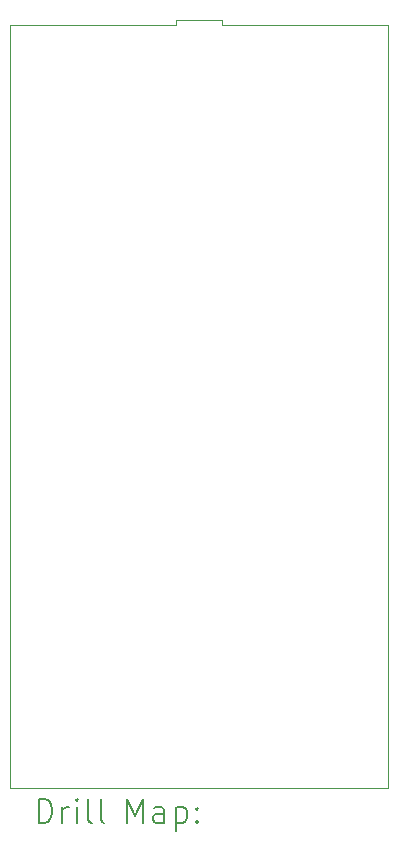
<source format=gbr>
%TF.GenerationSoftware,KiCad,Pcbnew,(6.99.0-2452-gdb4f2d9dd8)*%
%TF.CreationDate,2022-08-02T19:29:55-05:00*%
%TF.ProjectId,captech,63617074-6563-4682-9e6b-696361645f70,rev?*%
%TF.SameCoordinates,Original*%
%TF.FileFunction,Drillmap*%
%TF.FilePolarity,Positive*%
%FSLAX45Y45*%
G04 Gerber Fmt 4.5, Leading zero omitted, Abs format (unit mm)*
G04 Created by KiCad (PCBNEW (6.99.0-2452-gdb4f2d9dd8)) date 2022-08-02 19:29:55*
%MOMM*%
%LPD*%
G01*
G04 APERTURE LIST*
%ADD10C,0.042333*%
%ADD11C,0.200000*%
G04 APERTURE END LIST*
D10*
X9417937Y-9670000D02*
X6217687Y-9670000D01*
X7627387Y-3170001D02*
X8012637Y-3170001D01*
X7470754Y-3212334D02*
X7627387Y-3212351D01*
X6217687Y-3212334D02*
X6217687Y-3212334D01*
X9417937Y-9670000D02*
X9417937Y-9670000D01*
X7627387Y-3212351D02*
X7627387Y-3170001D01*
X8012637Y-3212351D02*
X8169247Y-3212334D01*
X8169247Y-3212334D02*
X8795780Y-3212334D01*
X8169247Y-3212334D02*
X8169247Y-3212334D01*
X9422270Y-4322526D02*
X9417915Y-5483517D01*
X6217687Y-9670000D02*
X6222232Y-5494101D01*
X9422313Y-3212334D02*
X9422313Y-3212334D01*
X8012637Y-3212351D02*
X8012637Y-3212351D01*
X6219970Y-5195455D02*
X6218414Y-4830404D01*
X6217687Y-9670000D02*
X6217687Y-9670000D01*
X6222232Y-5494101D02*
X6219970Y-5195455D01*
X8795780Y-3212334D02*
X8795780Y-3212334D01*
X7627387Y-3212351D02*
X7627387Y-3212351D01*
X6217701Y-4328875D02*
X6217701Y-4328875D01*
X6218414Y-4830404D02*
X6217701Y-4328875D01*
X9422270Y-4322526D02*
X9422270Y-4322526D01*
X9422313Y-3212334D02*
X9422270Y-4322526D01*
X8795780Y-3212334D02*
X9422313Y-3212334D01*
X6844220Y-3212334D02*
X7470754Y-3212334D01*
X9417915Y-5483517D02*
X9417937Y-9670000D01*
X9417915Y-5483517D02*
X9417915Y-5483517D01*
X8012637Y-3170001D02*
X8012637Y-3170001D01*
X6844220Y-3212334D02*
X6844220Y-3212334D01*
X6217701Y-4328875D02*
X6217687Y-3212334D01*
X8012637Y-3170001D02*
X8012637Y-3212351D01*
X7627387Y-3170001D02*
X7627387Y-3170001D01*
X6217687Y-3212334D02*
X6844220Y-3212334D01*
X7470754Y-3212334D02*
X7470754Y-3212334D01*
D11*
X6463189Y-9965592D02*
X6463189Y-9765592D01*
X6463189Y-9765592D02*
X6510808Y-9765592D01*
X6510808Y-9765592D02*
X6539380Y-9775116D01*
X6539380Y-9775116D02*
X6558427Y-9794164D01*
X6558427Y-9794164D02*
X6567951Y-9813211D01*
X6567951Y-9813211D02*
X6577475Y-9851307D01*
X6577475Y-9851307D02*
X6577475Y-9879878D01*
X6577475Y-9879878D02*
X6567951Y-9917973D01*
X6567951Y-9917973D02*
X6558427Y-9937021D01*
X6558427Y-9937021D02*
X6539380Y-9956068D01*
X6539380Y-9956068D02*
X6510808Y-9965592D01*
X6510808Y-9965592D02*
X6463189Y-9965592D01*
X6663189Y-9965592D02*
X6663189Y-9832259D01*
X6663189Y-9870354D02*
X6672713Y-9851307D01*
X6672713Y-9851307D02*
X6682237Y-9841783D01*
X6682237Y-9841783D02*
X6701284Y-9832259D01*
X6701284Y-9832259D02*
X6720332Y-9832259D01*
X6786999Y-9965592D02*
X6786999Y-9832259D01*
X6786999Y-9765592D02*
X6777475Y-9775116D01*
X6777475Y-9775116D02*
X6786999Y-9784640D01*
X6786999Y-9784640D02*
X6796522Y-9775116D01*
X6796522Y-9775116D02*
X6786999Y-9765592D01*
X6786999Y-9765592D02*
X6786999Y-9784640D01*
X6910808Y-9965592D02*
X6891761Y-9956068D01*
X6891761Y-9956068D02*
X6882237Y-9937021D01*
X6882237Y-9937021D02*
X6882237Y-9765592D01*
X7015570Y-9965592D02*
X6996522Y-9956068D01*
X6996522Y-9956068D02*
X6986999Y-9937021D01*
X6986999Y-9937021D02*
X6986999Y-9765592D01*
X7211761Y-9965592D02*
X7211761Y-9765592D01*
X7211761Y-9765592D02*
X7278427Y-9908449D01*
X7278427Y-9908449D02*
X7345094Y-9765592D01*
X7345094Y-9765592D02*
X7345094Y-9965592D01*
X7526046Y-9965592D02*
X7526046Y-9860830D01*
X7526046Y-9860830D02*
X7516522Y-9841783D01*
X7516522Y-9841783D02*
X7497475Y-9832259D01*
X7497475Y-9832259D02*
X7459380Y-9832259D01*
X7459380Y-9832259D02*
X7440332Y-9841783D01*
X7526046Y-9956068D02*
X7506999Y-9965592D01*
X7506999Y-9965592D02*
X7459380Y-9965592D01*
X7459380Y-9965592D02*
X7440332Y-9956068D01*
X7440332Y-9956068D02*
X7430808Y-9937021D01*
X7430808Y-9937021D02*
X7430808Y-9917973D01*
X7430808Y-9917973D02*
X7440332Y-9898926D01*
X7440332Y-9898926D02*
X7459380Y-9889402D01*
X7459380Y-9889402D02*
X7506999Y-9889402D01*
X7506999Y-9889402D02*
X7526046Y-9879878D01*
X7621284Y-9832259D02*
X7621284Y-10032259D01*
X7621284Y-9841783D02*
X7640332Y-9832259D01*
X7640332Y-9832259D02*
X7678427Y-9832259D01*
X7678427Y-9832259D02*
X7697475Y-9841783D01*
X7697475Y-9841783D02*
X7706999Y-9851307D01*
X7706999Y-9851307D02*
X7716522Y-9870354D01*
X7716522Y-9870354D02*
X7716522Y-9927497D01*
X7716522Y-9927497D02*
X7706999Y-9946545D01*
X7706999Y-9946545D02*
X7697475Y-9956068D01*
X7697475Y-9956068D02*
X7678427Y-9965592D01*
X7678427Y-9965592D02*
X7640332Y-9965592D01*
X7640332Y-9965592D02*
X7621284Y-9956068D01*
X7802237Y-9946545D02*
X7811761Y-9956068D01*
X7811761Y-9956068D02*
X7802237Y-9965592D01*
X7802237Y-9965592D02*
X7792713Y-9956068D01*
X7792713Y-9956068D02*
X7802237Y-9946545D01*
X7802237Y-9946545D02*
X7802237Y-9965592D01*
X7802237Y-9841783D02*
X7811761Y-9851307D01*
X7811761Y-9851307D02*
X7802237Y-9860830D01*
X7802237Y-9860830D02*
X7792713Y-9851307D01*
X7792713Y-9851307D02*
X7802237Y-9841783D01*
X7802237Y-9841783D02*
X7802237Y-9860830D01*
M02*

</source>
